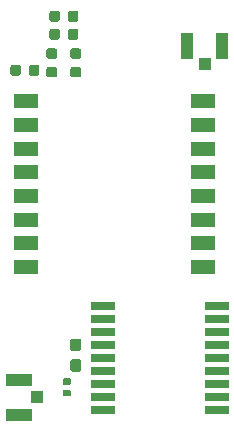
<source format=gbp>
G04 #@! TF.GenerationSoftware,KiCad,Pcbnew,(5.0.2)-1*
G04 #@! TF.CreationDate,2019-05-04T17:06:02+02:00*
G04 #@! TF.ProjectId,Cowbell_mini,436f7762-656c-46c5-9f6d-696e692e6b69,v0.4*
G04 #@! TF.SameCoordinates,Original*
G04 #@! TF.FileFunction,Paste,Bot*
G04 #@! TF.FilePolarity,Positive*
%FSLAX46Y46*%
G04 Gerber Fmt 4.6, Leading zero omitted, Abs format (unit mm)*
G04 Created by KiCad (PCBNEW (5.0.2)-1) date 5/4/2019 5:06:02 PM*
%MOMM*%
%LPD*%
G01*
G04 APERTURE LIST*
%ADD10C,0.150000*%
%ADD11C,0.875000*%
%ADD12R,1.000000X1.050000*%
%ADD13R,1.050000X2.200000*%
%ADD14R,2.000000X0.700000*%
%ADD15R,2.000000X1.200000*%
%ADD16R,1.050000X1.000000*%
%ADD17R,2.200000X1.050000*%
%ADD18C,0.590000*%
%ADD19C,0.950000*%
G04 APERTURE END LIST*
D10*
G04 #@! TO.C,C203*
G36*
X123339691Y-28304053D02*
X123360926Y-28307203D01*
X123381750Y-28312419D01*
X123401962Y-28319651D01*
X123421368Y-28328830D01*
X123439781Y-28339866D01*
X123457024Y-28352654D01*
X123472930Y-28367070D01*
X123487346Y-28382976D01*
X123500134Y-28400219D01*
X123511170Y-28418632D01*
X123520349Y-28438038D01*
X123527581Y-28458250D01*
X123532797Y-28479074D01*
X123535947Y-28500309D01*
X123537000Y-28521750D01*
X123537000Y-29034250D01*
X123535947Y-29055691D01*
X123532797Y-29076926D01*
X123527581Y-29097750D01*
X123520349Y-29117962D01*
X123511170Y-29137368D01*
X123500134Y-29155781D01*
X123487346Y-29173024D01*
X123472930Y-29188930D01*
X123457024Y-29203346D01*
X123439781Y-29216134D01*
X123421368Y-29227170D01*
X123401962Y-29236349D01*
X123381750Y-29243581D01*
X123360926Y-29248797D01*
X123339691Y-29251947D01*
X123318250Y-29253000D01*
X122880750Y-29253000D01*
X122859309Y-29251947D01*
X122838074Y-29248797D01*
X122817250Y-29243581D01*
X122797038Y-29236349D01*
X122777632Y-29227170D01*
X122759219Y-29216134D01*
X122741976Y-29203346D01*
X122726070Y-29188930D01*
X122711654Y-29173024D01*
X122698866Y-29155781D01*
X122687830Y-29137368D01*
X122678651Y-29117962D01*
X122671419Y-29097750D01*
X122666203Y-29076926D01*
X122663053Y-29055691D01*
X122662000Y-29034250D01*
X122662000Y-28521750D01*
X122663053Y-28500309D01*
X122666203Y-28479074D01*
X122671419Y-28458250D01*
X122678651Y-28438038D01*
X122687830Y-28418632D01*
X122698866Y-28400219D01*
X122711654Y-28382976D01*
X122726070Y-28367070D01*
X122741976Y-28352654D01*
X122759219Y-28339866D01*
X122777632Y-28328830D01*
X122797038Y-28319651D01*
X122817250Y-28312419D01*
X122838074Y-28307203D01*
X122859309Y-28304053D01*
X122880750Y-28303000D01*
X123318250Y-28303000D01*
X123339691Y-28304053D01*
X123339691Y-28304053D01*
G37*
D11*
X123099500Y-28778000D03*
D10*
G36*
X121764691Y-28304053D02*
X121785926Y-28307203D01*
X121806750Y-28312419D01*
X121826962Y-28319651D01*
X121846368Y-28328830D01*
X121864781Y-28339866D01*
X121882024Y-28352654D01*
X121897930Y-28367070D01*
X121912346Y-28382976D01*
X121925134Y-28400219D01*
X121936170Y-28418632D01*
X121945349Y-28438038D01*
X121952581Y-28458250D01*
X121957797Y-28479074D01*
X121960947Y-28500309D01*
X121962000Y-28521750D01*
X121962000Y-29034250D01*
X121960947Y-29055691D01*
X121957797Y-29076926D01*
X121952581Y-29097750D01*
X121945349Y-29117962D01*
X121936170Y-29137368D01*
X121925134Y-29155781D01*
X121912346Y-29173024D01*
X121897930Y-29188930D01*
X121882024Y-29203346D01*
X121864781Y-29216134D01*
X121846368Y-29227170D01*
X121826962Y-29236349D01*
X121806750Y-29243581D01*
X121785926Y-29248797D01*
X121764691Y-29251947D01*
X121743250Y-29253000D01*
X121305750Y-29253000D01*
X121284309Y-29251947D01*
X121263074Y-29248797D01*
X121242250Y-29243581D01*
X121222038Y-29236349D01*
X121202632Y-29227170D01*
X121184219Y-29216134D01*
X121166976Y-29203346D01*
X121151070Y-29188930D01*
X121136654Y-29173024D01*
X121123866Y-29155781D01*
X121112830Y-29137368D01*
X121103651Y-29117962D01*
X121096419Y-29097750D01*
X121091203Y-29076926D01*
X121088053Y-29055691D01*
X121087000Y-29034250D01*
X121087000Y-28521750D01*
X121088053Y-28500309D01*
X121091203Y-28479074D01*
X121096419Y-28458250D01*
X121103651Y-28438038D01*
X121112830Y-28418632D01*
X121123866Y-28400219D01*
X121136654Y-28382976D01*
X121151070Y-28367070D01*
X121166976Y-28352654D01*
X121184219Y-28339866D01*
X121202632Y-28328830D01*
X121222038Y-28319651D01*
X121242250Y-28312419D01*
X121263074Y-28307203D01*
X121284309Y-28304053D01*
X121305750Y-28303000D01*
X121743250Y-28303000D01*
X121764691Y-28304053D01*
X121764691Y-28304053D01*
G37*
D11*
X121524500Y-28778000D03*
G04 #@! TD*
D10*
G04 #@! TO.C,C202*
G36*
X123339691Y-29828053D02*
X123360926Y-29831203D01*
X123381750Y-29836419D01*
X123401962Y-29843651D01*
X123421368Y-29852830D01*
X123439781Y-29863866D01*
X123457024Y-29876654D01*
X123472930Y-29891070D01*
X123487346Y-29906976D01*
X123500134Y-29924219D01*
X123511170Y-29942632D01*
X123520349Y-29962038D01*
X123527581Y-29982250D01*
X123532797Y-30003074D01*
X123535947Y-30024309D01*
X123537000Y-30045750D01*
X123537000Y-30558250D01*
X123535947Y-30579691D01*
X123532797Y-30600926D01*
X123527581Y-30621750D01*
X123520349Y-30641962D01*
X123511170Y-30661368D01*
X123500134Y-30679781D01*
X123487346Y-30697024D01*
X123472930Y-30712930D01*
X123457024Y-30727346D01*
X123439781Y-30740134D01*
X123421368Y-30751170D01*
X123401962Y-30760349D01*
X123381750Y-30767581D01*
X123360926Y-30772797D01*
X123339691Y-30775947D01*
X123318250Y-30777000D01*
X122880750Y-30777000D01*
X122859309Y-30775947D01*
X122838074Y-30772797D01*
X122817250Y-30767581D01*
X122797038Y-30760349D01*
X122777632Y-30751170D01*
X122759219Y-30740134D01*
X122741976Y-30727346D01*
X122726070Y-30712930D01*
X122711654Y-30697024D01*
X122698866Y-30679781D01*
X122687830Y-30661368D01*
X122678651Y-30641962D01*
X122671419Y-30621750D01*
X122666203Y-30600926D01*
X122663053Y-30579691D01*
X122662000Y-30558250D01*
X122662000Y-30045750D01*
X122663053Y-30024309D01*
X122666203Y-30003074D01*
X122671419Y-29982250D01*
X122678651Y-29962038D01*
X122687830Y-29942632D01*
X122698866Y-29924219D01*
X122711654Y-29906976D01*
X122726070Y-29891070D01*
X122741976Y-29876654D01*
X122759219Y-29863866D01*
X122777632Y-29852830D01*
X122797038Y-29843651D01*
X122817250Y-29836419D01*
X122838074Y-29831203D01*
X122859309Y-29828053D01*
X122880750Y-29827000D01*
X123318250Y-29827000D01*
X123339691Y-29828053D01*
X123339691Y-29828053D01*
G37*
D11*
X123099500Y-30302000D03*
D10*
G36*
X121764691Y-29828053D02*
X121785926Y-29831203D01*
X121806750Y-29836419D01*
X121826962Y-29843651D01*
X121846368Y-29852830D01*
X121864781Y-29863866D01*
X121882024Y-29876654D01*
X121897930Y-29891070D01*
X121912346Y-29906976D01*
X121925134Y-29924219D01*
X121936170Y-29942632D01*
X121945349Y-29962038D01*
X121952581Y-29982250D01*
X121957797Y-30003074D01*
X121960947Y-30024309D01*
X121962000Y-30045750D01*
X121962000Y-30558250D01*
X121960947Y-30579691D01*
X121957797Y-30600926D01*
X121952581Y-30621750D01*
X121945349Y-30641962D01*
X121936170Y-30661368D01*
X121925134Y-30679781D01*
X121912346Y-30697024D01*
X121897930Y-30712930D01*
X121882024Y-30727346D01*
X121864781Y-30740134D01*
X121846368Y-30751170D01*
X121826962Y-30760349D01*
X121806750Y-30767581D01*
X121785926Y-30772797D01*
X121764691Y-30775947D01*
X121743250Y-30777000D01*
X121305750Y-30777000D01*
X121284309Y-30775947D01*
X121263074Y-30772797D01*
X121242250Y-30767581D01*
X121222038Y-30760349D01*
X121202632Y-30751170D01*
X121184219Y-30740134D01*
X121166976Y-30727346D01*
X121151070Y-30712930D01*
X121136654Y-30697024D01*
X121123866Y-30679781D01*
X121112830Y-30661368D01*
X121103651Y-30641962D01*
X121096419Y-30621750D01*
X121091203Y-30600926D01*
X121088053Y-30579691D01*
X121087000Y-30558250D01*
X121087000Y-30045750D01*
X121088053Y-30024309D01*
X121091203Y-30003074D01*
X121096419Y-29982250D01*
X121103651Y-29962038D01*
X121112830Y-29942632D01*
X121123866Y-29924219D01*
X121136654Y-29906976D01*
X121151070Y-29891070D01*
X121166976Y-29876654D01*
X121184219Y-29863866D01*
X121202632Y-29852830D01*
X121222038Y-29843651D01*
X121242250Y-29836419D01*
X121263074Y-29831203D01*
X121284309Y-29828053D01*
X121305750Y-29827000D01*
X121743250Y-29827000D01*
X121764691Y-29828053D01*
X121764691Y-29828053D01*
G37*
D11*
X121524500Y-30302000D03*
G04 #@! TD*
D12*
G04 #@! TO.C,J401*
X134250000Y-32818000D03*
D13*
X132775000Y-31293000D03*
X135725000Y-31293000D03*
G04 #@! TD*
D14*
G04 #@! TO.C,U101*
X135290000Y-62134000D03*
X125590000Y-62134000D03*
X135290000Y-61034000D03*
X125590000Y-61034000D03*
X135290000Y-59934000D03*
X125590000Y-59934000D03*
X135290000Y-58834000D03*
X125590000Y-58834000D03*
X135290000Y-57734000D03*
X125590000Y-57734000D03*
X135290000Y-56634000D03*
X125590000Y-56634000D03*
X135290000Y-55534000D03*
X125590000Y-55534000D03*
X135290000Y-54434000D03*
X125590000Y-54434000D03*
X135290000Y-53334000D03*
X125590000Y-53334000D03*
G04 #@! TD*
D15*
G04 #@! TO.C,U105*
X119130000Y-50002000D03*
X119130000Y-48002000D03*
X119130000Y-46002000D03*
X119130000Y-44002000D03*
X119130000Y-42002000D03*
X119130000Y-40002000D03*
X119130000Y-38002000D03*
X119130000Y-36002000D03*
X134130000Y-36002000D03*
X134130000Y-38002000D03*
X134130000Y-40002000D03*
X134130000Y-42002000D03*
X134130000Y-44002000D03*
X134130000Y-46002000D03*
X134130000Y-48002000D03*
X134130000Y-50002000D03*
G04 #@! TD*
D16*
G04 #@! TO.C,J101*
X120002000Y-61034000D03*
D17*
X118477000Y-62509000D03*
X118477000Y-59559000D03*
G04 #@! TD*
D10*
G04 #@! TO.C,L101*
G36*
X122752958Y-59423590D02*
X122767276Y-59425714D01*
X122781317Y-59429231D01*
X122794946Y-59434108D01*
X122808031Y-59440297D01*
X122820447Y-59447738D01*
X122832073Y-59456361D01*
X122842798Y-59466082D01*
X122852519Y-59476807D01*
X122861142Y-59488433D01*
X122868583Y-59500849D01*
X122874772Y-59513934D01*
X122879649Y-59527563D01*
X122883166Y-59541604D01*
X122885290Y-59555922D01*
X122886000Y-59570380D01*
X122886000Y-59865380D01*
X122885290Y-59879838D01*
X122883166Y-59894156D01*
X122879649Y-59908197D01*
X122874772Y-59921826D01*
X122868583Y-59934911D01*
X122861142Y-59947327D01*
X122852519Y-59958953D01*
X122842798Y-59969678D01*
X122832073Y-59979399D01*
X122820447Y-59988022D01*
X122808031Y-59995463D01*
X122794946Y-60001652D01*
X122781317Y-60006529D01*
X122767276Y-60010046D01*
X122752958Y-60012170D01*
X122738500Y-60012880D01*
X122393500Y-60012880D01*
X122379042Y-60012170D01*
X122364724Y-60010046D01*
X122350683Y-60006529D01*
X122337054Y-60001652D01*
X122323969Y-59995463D01*
X122311553Y-59988022D01*
X122299927Y-59979399D01*
X122289202Y-59969678D01*
X122279481Y-59958953D01*
X122270858Y-59947327D01*
X122263417Y-59934911D01*
X122257228Y-59921826D01*
X122252351Y-59908197D01*
X122248834Y-59894156D01*
X122246710Y-59879838D01*
X122246000Y-59865380D01*
X122246000Y-59570380D01*
X122246710Y-59555922D01*
X122248834Y-59541604D01*
X122252351Y-59527563D01*
X122257228Y-59513934D01*
X122263417Y-59500849D01*
X122270858Y-59488433D01*
X122279481Y-59476807D01*
X122289202Y-59466082D01*
X122299927Y-59456361D01*
X122311553Y-59447738D01*
X122323969Y-59440297D01*
X122337054Y-59434108D01*
X122350683Y-59429231D01*
X122364724Y-59425714D01*
X122379042Y-59423590D01*
X122393500Y-59422880D01*
X122738500Y-59422880D01*
X122752958Y-59423590D01*
X122752958Y-59423590D01*
G37*
D18*
X122566000Y-59717880D03*
D10*
G36*
X122752958Y-60393590D02*
X122767276Y-60395714D01*
X122781317Y-60399231D01*
X122794946Y-60404108D01*
X122808031Y-60410297D01*
X122820447Y-60417738D01*
X122832073Y-60426361D01*
X122842798Y-60436082D01*
X122852519Y-60446807D01*
X122861142Y-60458433D01*
X122868583Y-60470849D01*
X122874772Y-60483934D01*
X122879649Y-60497563D01*
X122883166Y-60511604D01*
X122885290Y-60525922D01*
X122886000Y-60540380D01*
X122886000Y-60835380D01*
X122885290Y-60849838D01*
X122883166Y-60864156D01*
X122879649Y-60878197D01*
X122874772Y-60891826D01*
X122868583Y-60904911D01*
X122861142Y-60917327D01*
X122852519Y-60928953D01*
X122842798Y-60939678D01*
X122832073Y-60949399D01*
X122820447Y-60958022D01*
X122808031Y-60965463D01*
X122794946Y-60971652D01*
X122781317Y-60976529D01*
X122767276Y-60980046D01*
X122752958Y-60982170D01*
X122738500Y-60982880D01*
X122393500Y-60982880D01*
X122379042Y-60982170D01*
X122364724Y-60980046D01*
X122350683Y-60976529D01*
X122337054Y-60971652D01*
X122323969Y-60965463D01*
X122311553Y-60958022D01*
X122299927Y-60949399D01*
X122289202Y-60939678D01*
X122279481Y-60928953D01*
X122270858Y-60917327D01*
X122263417Y-60904911D01*
X122257228Y-60891826D01*
X122252351Y-60878197D01*
X122248834Y-60864156D01*
X122246710Y-60849838D01*
X122246000Y-60835380D01*
X122246000Y-60540380D01*
X122246710Y-60525922D01*
X122248834Y-60511604D01*
X122252351Y-60497563D01*
X122257228Y-60483934D01*
X122263417Y-60470849D01*
X122270858Y-60458433D01*
X122279481Y-60446807D01*
X122289202Y-60436082D01*
X122299927Y-60426361D01*
X122311553Y-60417738D01*
X122323969Y-60410297D01*
X122337054Y-60404108D01*
X122350683Y-60399231D01*
X122364724Y-60395714D01*
X122379042Y-60393590D01*
X122393500Y-60392880D01*
X122738500Y-60392880D01*
X122752958Y-60393590D01*
X122752958Y-60393590D01*
G37*
D18*
X122566000Y-60687880D03*
G04 #@! TD*
D10*
G04 #@! TO.C,R102*
G36*
X123588779Y-56081144D02*
X123611834Y-56084563D01*
X123634443Y-56090227D01*
X123656387Y-56098079D01*
X123677457Y-56108044D01*
X123697448Y-56120026D01*
X123716168Y-56133910D01*
X123733438Y-56149562D01*
X123749090Y-56166832D01*
X123762974Y-56185552D01*
X123774956Y-56205543D01*
X123784921Y-56226613D01*
X123792773Y-56248557D01*
X123798437Y-56271166D01*
X123801856Y-56294221D01*
X123803000Y-56317500D01*
X123803000Y-56892500D01*
X123801856Y-56915779D01*
X123798437Y-56938834D01*
X123792773Y-56961443D01*
X123784921Y-56983387D01*
X123774956Y-57004457D01*
X123762974Y-57024448D01*
X123749090Y-57043168D01*
X123733438Y-57060438D01*
X123716168Y-57076090D01*
X123697448Y-57089974D01*
X123677457Y-57101956D01*
X123656387Y-57111921D01*
X123634443Y-57119773D01*
X123611834Y-57125437D01*
X123588779Y-57128856D01*
X123565500Y-57130000D01*
X123090500Y-57130000D01*
X123067221Y-57128856D01*
X123044166Y-57125437D01*
X123021557Y-57119773D01*
X122999613Y-57111921D01*
X122978543Y-57101956D01*
X122958552Y-57089974D01*
X122939832Y-57076090D01*
X122922562Y-57060438D01*
X122906910Y-57043168D01*
X122893026Y-57024448D01*
X122881044Y-57004457D01*
X122871079Y-56983387D01*
X122863227Y-56961443D01*
X122857563Y-56938834D01*
X122854144Y-56915779D01*
X122853000Y-56892500D01*
X122853000Y-56317500D01*
X122854144Y-56294221D01*
X122857563Y-56271166D01*
X122863227Y-56248557D01*
X122871079Y-56226613D01*
X122881044Y-56205543D01*
X122893026Y-56185552D01*
X122906910Y-56166832D01*
X122922562Y-56149562D01*
X122939832Y-56133910D01*
X122958552Y-56120026D01*
X122978543Y-56108044D01*
X122999613Y-56098079D01*
X123021557Y-56090227D01*
X123044166Y-56084563D01*
X123067221Y-56081144D01*
X123090500Y-56080000D01*
X123565500Y-56080000D01*
X123588779Y-56081144D01*
X123588779Y-56081144D01*
G37*
D19*
X123328000Y-56605000D03*
D10*
G36*
X123588779Y-57831144D02*
X123611834Y-57834563D01*
X123634443Y-57840227D01*
X123656387Y-57848079D01*
X123677457Y-57858044D01*
X123697448Y-57870026D01*
X123716168Y-57883910D01*
X123733438Y-57899562D01*
X123749090Y-57916832D01*
X123762974Y-57935552D01*
X123774956Y-57955543D01*
X123784921Y-57976613D01*
X123792773Y-57998557D01*
X123798437Y-58021166D01*
X123801856Y-58044221D01*
X123803000Y-58067500D01*
X123803000Y-58642500D01*
X123801856Y-58665779D01*
X123798437Y-58688834D01*
X123792773Y-58711443D01*
X123784921Y-58733387D01*
X123774956Y-58754457D01*
X123762974Y-58774448D01*
X123749090Y-58793168D01*
X123733438Y-58810438D01*
X123716168Y-58826090D01*
X123697448Y-58839974D01*
X123677457Y-58851956D01*
X123656387Y-58861921D01*
X123634443Y-58869773D01*
X123611834Y-58875437D01*
X123588779Y-58878856D01*
X123565500Y-58880000D01*
X123090500Y-58880000D01*
X123067221Y-58878856D01*
X123044166Y-58875437D01*
X123021557Y-58869773D01*
X122999613Y-58861921D01*
X122978543Y-58851956D01*
X122958552Y-58839974D01*
X122939832Y-58826090D01*
X122922562Y-58810438D01*
X122906910Y-58793168D01*
X122893026Y-58774448D01*
X122881044Y-58754457D01*
X122871079Y-58733387D01*
X122863227Y-58711443D01*
X122857563Y-58688834D01*
X122854144Y-58665779D01*
X122853000Y-58642500D01*
X122853000Y-58067500D01*
X122854144Y-58044221D01*
X122857563Y-58021166D01*
X122863227Y-57998557D01*
X122871079Y-57976613D01*
X122881044Y-57955543D01*
X122893026Y-57935552D01*
X122906910Y-57916832D01*
X122922562Y-57899562D01*
X122939832Y-57883910D01*
X122958552Y-57870026D01*
X122978543Y-57858044D01*
X122999613Y-57848079D01*
X123021557Y-57840227D01*
X123044166Y-57834563D01*
X123067221Y-57831144D01*
X123090500Y-57830000D01*
X123565500Y-57830000D01*
X123588779Y-57831144D01*
X123588779Y-57831144D01*
G37*
D19*
X123328000Y-58355000D03*
G04 #@! TD*
D10*
G04 #@! TO.C,R201*
G36*
X121573691Y-33091453D02*
X121594926Y-33094603D01*
X121615750Y-33099819D01*
X121635962Y-33107051D01*
X121655368Y-33116230D01*
X121673781Y-33127266D01*
X121691024Y-33140054D01*
X121706930Y-33154470D01*
X121721346Y-33170376D01*
X121734134Y-33187619D01*
X121745170Y-33206032D01*
X121754349Y-33225438D01*
X121761581Y-33245650D01*
X121766797Y-33266474D01*
X121769947Y-33287709D01*
X121771000Y-33309150D01*
X121771000Y-33746650D01*
X121769947Y-33768091D01*
X121766797Y-33789326D01*
X121761581Y-33810150D01*
X121754349Y-33830362D01*
X121745170Y-33849768D01*
X121734134Y-33868181D01*
X121721346Y-33885424D01*
X121706930Y-33901330D01*
X121691024Y-33915746D01*
X121673781Y-33928534D01*
X121655368Y-33939570D01*
X121635962Y-33948749D01*
X121615750Y-33955981D01*
X121594926Y-33961197D01*
X121573691Y-33964347D01*
X121552250Y-33965400D01*
X121039750Y-33965400D01*
X121018309Y-33964347D01*
X120997074Y-33961197D01*
X120976250Y-33955981D01*
X120956038Y-33948749D01*
X120936632Y-33939570D01*
X120918219Y-33928534D01*
X120900976Y-33915746D01*
X120885070Y-33901330D01*
X120870654Y-33885424D01*
X120857866Y-33868181D01*
X120846830Y-33849768D01*
X120837651Y-33830362D01*
X120830419Y-33810150D01*
X120825203Y-33789326D01*
X120822053Y-33768091D01*
X120821000Y-33746650D01*
X120821000Y-33309150D01*
X120822053Y-33287709D01*
X120825203Y-33266474D01*
X120830419Y-33245650D01*
X120837651Y-33225438D01*
X120846830Y-33206032D01*
X120857866Y-33187619D01*
X120870654Y-33170376D01*
X120885070Y-33154470D01*
X120900976Y-33140054D01*
X120918219Y-33127266D01*
X120936632Y-33116230D01*
X120956038Y-33107051D01*
X120976250Y-33099819D01*
X120997074Y-33094603D01*
X121018309Y-33091453D01*
X121039750Y-33090400D01*
X121552250Y-33090400D01*
X121573691Y-33091453D01*
X121573691Y-33091453D01*
G37*
D11*
X121296000Y-33527900D03*
D10*
G36*
X121573691Y-31516453D02*
X121594926Y-31519603D01*
X121615750Y-31524819D01*
X121635962Y-31532051D01*
X121655368Y-31541230D01*
X121673781Y-31552266D01*
X121691024Y-31565054D01*
X121706930Y-31579470D01*
X121721346Y-31595376D01*
X121734134Y-31612619D01*
X121745170Y-31631032D01*
X121754349Y-31650438D01*
X121761581Y-31670650D01*
X121766797Y-31691474D01*
X121769947Y-31712709D01*
X121771000Y-31734150D01*
X121771000Y-32171650D01*
X121769947Y-32193091D01*
X121766797Y-32214326D01*
X121761581Y-32235150D01*
X121754349Y-32255362D01*
X121745170Y-32274768D01*
X121734134Y-32293181D01*
X121721346Y-32310424D01*
X121706930Y-32326330D01*
X121691024Y-32340746D01*
X121673781Y-32353534D01*
X121655368Y-32364570D01*
X121635962Y-32373749D01*
X121615750Y-32380981D01*
X121594926Y-32386197D01*
X121573691Y-32389347D01*
X121552250Y-32390400D01*
X121039750Y-32390400D01*
X121018309Y-32389347D01*
X120997074Y-32386197D01*
X120976250Y-32380981D01*
X120956038Y-32373749D01*
X120936632Y-32364570D01*
X120918219Y-32353534D01*
X120900976Y-32340746D01*
X120885070Y-32326330D01*
X120870654Y-32310424D01*
X120857866Y-32293181D01*
X120846830Y-32274768D01*
X120837651Y-32255362D01*
X120830419Y-32235150D01*
X120825203Y-32214326D01*
X120822053Y-32193091D01*
X120821000Y-32171650D01*
X120821000Y-31734150D01*
X120822053Y-31712709D01*
X120825203Y-31691474D01*
X120830419Y-31670650D01*
X120837651Y-31650438D01*
X120846830Y-31631032D01*
X120857866Y-31612619D01*
X120870654Y-31595376D01*
X120885070Y-31579470D01*
X120900976Y-31565054D01*
X120918219Y-31552266D01*
X120936632Y-31541230D01*
X120956038Y-31532051D01*
X120976250Y-31524819D01*
X120997074Y-31519603D01*
X121018309Y-31516453D01*
X121039750Y-31515400D01*
X121552250Y-31515400D01*
X121573691Y-31516453D01*
X121573691Y-31516453D01*
G37*
D11*
X121296000Y-31952900D03*
G04 #@! TD*
D10*
G04 #@! TO.C,R202*
G36*
X123605691Y-31516453D02*
X123626926Y-31519603D01*
X123647750Y-31524819D01*
X123667962Y-31532051D01*
X123687368Y-31541230D01*
X123705781Y-31552266D01*
X123723024Y-31565054D01*
X123738930Y-31579470D01*
X123753346Y-31595376D01*
X123766134Y-31612619D01*
X123777170Y-31631032D01*
X123786349Y-31650438D01*
X123793581Y-31670650D01*
X123798797Y-31691474D01*
X123801947Y-31712709D01*
X123803000Y-31734150D01*
X123803000Y-32171650D01*
X123801947Y-32193091D01*
X123798797Y-32214326D01*
X123793581Y-32235150D01*
X123786349Y-32255362D01*
X123777170Y-32274768D01*
X123766134Y-32293181D01*
X123753346Y-32310424D01*
X123738930Y-32326330D01*
X123723024Y-32340746D01*
X123705781Y-32353534D01*
X123687368Y-32364570D01*
X123667962Y-32373749D01*
X123647750Y-32380981D01*
X123626926Y-32386197D01*
X123605691Y-32389347D01*
X123584250Y-32390400D01*
X123071750Y-32390400D01*
X123050309Y-32389347D01*
X123029074Y-32386197D01*
X123008250Y-32380981D01*
X122988038Y-32373749D01*
X122968632Y-32364570D01*
X122950219Y-32353534D01*
X122932976Y-32340746D01*
X122917070Y-32326330D01*
X122902654Y-32310424D01*
X122889866Y-32293181D01*
X122878830Y-32274768D01*
X122869651Y-32255362D01*
X122862419Y-32235150D01*
X122857203Y-32214326D01*
X122854053Y-32193091D01*
X122853000Y-32171650D01*
X122853000Y-31734150D01*
X122854053Y-31712709D01*
X122857203Y-31691474D01*
X122862419Y-31670650D01*
X122869651Y-31650438D01*
X122878830Y-31631032D01*
X122889866Y-31612619D01*
X122902654Y-31595376D01*
X122917070Y-31579470D01*
X122932976Y-31565054D01*
X122950219Y-31552266D01*
X122968632Y-31541230D01*
X122988038Y-31532051D01*
X123008250Y-31524819D01*
X123029074Y-31519603D01*
X123050309Y-31516453D01*
X123071750Y-31515400D01*
X123584250Y-31515400D01*
X123605691Y-31516453D01*
X123605691Y-31516453D01*
G37*
D11*
X123328000Y-31952900D03*
D10*
G36*
X123605691Y-33091453D02*
X123626926Y-33094603D01*
X123647750Y-33099819D01*
X123667962Y-33107051D01*
X123687368Y-33116230D01*
X123705781Y-33127266D01*
X123723024Y-33140054D01*
X123738930Y-33154470D01*
X123753346Y-33170376D01*
X123766134Y-33187619D01*
X123777170Y-33206032D01*
X123786349Y-33225438D01*
X123793581Y-33245650D01*
X123798797Y-33266474D01*
X123801947Y-33287709D01*
X123803000Y-33309150D01*
X123803000Y-33746650D01*
X123801947Y-33768091D01*
X123798797Y-33789326D01*
X123793581Y-33810150D01*
X123786349Y-33830362D01*
X123777170Y-33849768D01*
X123766134Y-33868181D01*
X123753346Y-33885424D01*
X123738930Y-33901330D01*
X123723024Y-33915746D01*
X123705781Y-33928534D01*
X123687368Y-33939570D01*
X123667962Y-33948749D01*
X123647750Y-33955981D01*
X123626926Y-33961197D01*
X123605691Y-33964347D01*
X123584250Y-33965400D01*
X123071750Y-33965400D01*
X123050309Y-33964347D01*
X123029074Y-33961197D01*
X123008250Y-33955981D01*
X122988038Y-33948749D01*
X122968632Y-33939570D01*
X122950219Y-33928534D01*
X122932976Y-33915746D01*
X122917070Y-33901330D01*
X122902654Y-33885424D01*
X122889866Y-33868181D01*
X122878830Y-33849768D01*
X122869651Y-33830362D01*
X122862419Y-33810150D01*
X122857203Y-33789326D01*
X122854053Y-33768091D01*
X122853000Y-33746650D01*
X122853000Y-33309150D01*
X122854053Y-33287709D01*
X122857203Y-33266474D01*
X122862419Y-33245650D01*
X122869651Y-33225438D01*
X122878830Y-33206032D01*
X122889866Y-33187619D01*
X122902654Y-33170376D01*
X122917070Y-33154470D01*
X122932976Y-33140054D01*
X122950219Y-33127266D01*
X122968632Y-33116230D01*
X122988038Y-33107051D01*
X123008250Y-33099819D01*
X123029074Y-33094603D01*
X123050309Y-33091453D01*
X123071750Y-33090400D01*
X123584250Y-33090400D01*
X123605691Y-33091453D01*
X123605691Y-33091453D01*
G37*
D11*
X123328000Y-33527900D03*
G04 #@! TD*
D10*
G04 #@! TO.C,R307*
G36*
X118462691Y-32876053D02*
X118483926Y-32879203D01*
X118504750Y-32884419D01*
X118524962Y-32891651D01*
X118544368Y-32900830D01*
X118562781Y-32911866D01*
X118580024Y-32924654D01*
X118595930Y-32939070D01*
X118610346Y-32954976D01*
X118623134Y-32972219D01*
X118634170Y-32990632D01*
X118643349Y-33010038D01*
X118650581Y-33030250D01*
X118655797Y-33051074D01*
X118658947Y-33072309D01*
X118660000Y-33093750D01*
X118660000Y-33606250D01*
X118658947Y-33627691D01*
X118655797Y-33648926D01*
X118650581Y-33669750D01*
X118643349Y-33689962D01*
X118634170Y-33709368D01*
X118623134Y-33727781D01*
X118610346Y-33745024D01*
X118595930Y-33760930D01*
X118580024Y-33775346D01*
X118562781Y-33788134D01*
X118544368Y-33799170D01*
X118524962Y-33808349D01*
X118504750Y-33815581D01*
X118483926Y-33820797D01*
X118462691Y-33823947D01*
X118441250Y-33825000D01*
X118003750Y-33825000D01*
X117982309Y-33823947D01*
X117961074Y-33820797D01*
X117940250Y-33815581D01*
X117920038Y-33808349D01*
X117900632Y-33799170D01*
X117882219Y-33788134D01*
X117864976Y-33775346D01*
X117849070Y-33760930D01*
X117834654Y-33745024D01*
X117821866Y-33727781D01*
X117810830Y-33709368D01*
X117801651Y-33689962D01*
X117794419Y-33669750D01*
X117789203Y-33648926D01*
X117786053Y-33627691D01*
X117785000Y-33606250D01*
X117785000Y-33093750D01*
X117786053Y-33072309D01*
X117789203Y-33051074D01*
X117794419Y-33030250D01*
X117801651Y-33010038D01*
X117810830Y-32990632D01*
X117821866Y-32972219D01*
X117834654Y-32954976D01*
X117849070Y-32939070D01*
X117864976Y-32924654D01*
X117882219Y-32911866D01*
X117900632Y-32900830D01*
X117920038Y-32891651D01*
X117940250Y-32884419D01*
X117961074Y-32879203D01*
X117982309Y-32876053D01*
X118003750Y-32875000D01*
X118441250Y-32875000D01*
X118462691Y-32876053D01*
X118462691Y-32876053D01*
G37*
D11*
X118222500Y-33350000D03*
D10*
G36*
X120037691Y-32876053D02*
X120058926Y-32879203D01*
X120079750Y-32884419D01*
X120099962Y-32891651D01*
X120119368Y-32900830D01*
X120137781Y-32911866D01*
X120155024Y-32924654D01*
X120170930Y-32939070D01*
X120185346Y-32954976D01*
X120198134Y-32972219D01*
X120209170Y-32990632D01*
X120218349Y-33010038D01*
X120225581Y-33030250D01*
X120230797Y-33051074D01*
X120233947Y-33072309D01*
X120235000Y-33093750D01*
X120235000Y-33606250D01*
X120233947Y-33627691D01*
X120230797Y-33648926D01*
X120225581Y-33669750D01*
X120218349Y-33689962D01*
X120209170Y-33709368D01*
X120198134Y-33727781D01*
X120185346Y-33745024D01*
X120170930Y-33760930D01*
X120155024Y-33775346D01*
X120137781Y-33788134D01*
X120119368Y-33799170D01*
X120099962Y-33808349D01*
X120079750Y-33815581D01*
X120058926Y-33820797D01*
X120037691Y-33823947D01*
X120016250Y-33825000D01*
X119578750Y-33825000D01*
X119557309Y-33823947D01*
X119536074Y-33820797D01*
X119515250Y-33815581D01*
X119495038Y-33808349D01*
X119475632Y-33799170D01*
X119457219Y-33788134D01*
X119439976Y-33775346D01*
X119424070Y-33760930D01*
X119409654Y-33745024D01*
X119396866Y-33727781D01*
X119385830Y-33709368D01*
X119376651Y-33689962D01*
X119369419Y-33669750D01*
X119364203Y-33648926D01*
X119361053Y-33627691D01*
X119360000Y-33606250D01*
X119360000Y-33093750D01*
X119361053Y-33072309D01*
X119364203Y-33051074D01*
X119369419Y-33030250D01*
X119376651Y-33010038D01*
X119385830Y-32990632D01*
X119396866Y-32972219D01*
X119409654Y-32954976D01*
X119424070Y-32939070D01*
X119439976Y-32924654D01*
X119457219Y-32911866D01*
X119475632Y-32900830D01*
X119495038Y-32891651D01*
X119515250Y-32884419D01*
X119536074Y-32879203D01*
X119557309Y-32876053D01*
X119578750Y-32875000D01*
X120016250Y-32875000D01*
X120037691Y-32876053D01*
X120037691Y-32876053D01*
G37*
D11*
X119797500Y-33350000D03*
G04 #@! TD*
M02*

</source>
